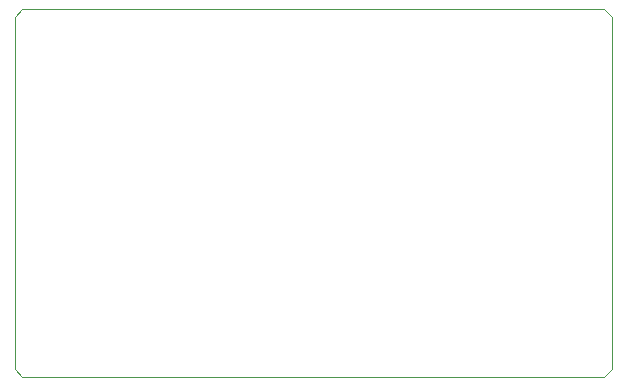
<source format=gko>
G75*
%MOIN*%
%OFA0B0*%
%FSLAX25Y25*%
%IPPOS*%
%LPD*%
%AMOC8*
5,1,8,0,0,1.08239X$1,22.5*
%
%ADD10C,0.00000*%
D10*
X0001500Y0004550D02*
X0004000Y0002050D01*
X0198000Y0002050D01*
X0200500Y0004550D01*
X0200500Y0122050D01*
X0198000Y0124550D01*
X0004000Y0124550D01*
X0001500Y0122050D01*
X0001500Y0004550D01*
M02*

</source>
